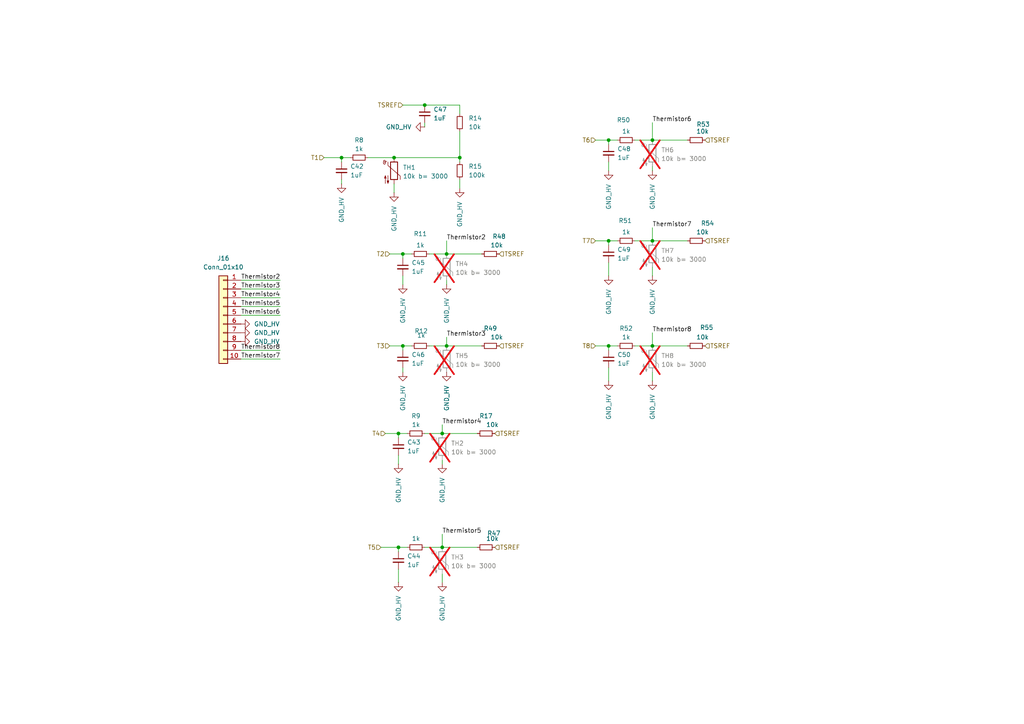
<source format=kicad_sch>
(kicad_sch (version 20231120) (generator "eeschema") (generator_version "8.0")
  (paper "A4")
  (lib_symbols
    (symbol "Connector_Generic:Conn_01x10" (pin_names (offset 1.016) hide)
      (property "Reference" "J" (at 0 12.7 0))
      (property "Value" "Conn_01x10" (at 0 -15.24 0))
      (symbol "Conn_01x10_1_1"
        (rectangle (start -1.27 -12.573) (end 0 -12.827) (stroke (width 0.1524)))
        (rectangle (start -1.27 -10.033) (end 0 -10.287) (stroke (width 0.1524)))
        (rectangle (start -1.27 -7.493) (end 0 -7.747) (stroke (width 0.1524)))
        (rectangle (start -1.27 -4.953) (end 0 -5.207) (stroke (width 0.1524)))
        (rectangle (start -1.27 -2.413) (end 0 -2.667) (stroke (width 0.1524)))
        (rectangle (start -1.27 0.127) (end 0 -0.127) (stroke (width 0.1524)))
        (rectangle (start -1.27 2.667) (end 0 2.413) (stroke (width 0.1524)))
        (rectangle (start -1.27 5.207) (end 0 4.953) (stroke (width 0.1524)))
        (rectangle (start -1.27 7.747) (end 0 7.493) (stroke (width 0.1524)))
        (rectangle (start -1.27 10.287) (end 0 10.033) (stroke (width 0.1524)))
        (rectangle (start -1.27 11.43) (end 1.27 -13.97) (stroke (width 0.254)) (fill (type background)))
        (pin passive line (at -5.08 10.16 0) (length 3.81) (name "Pin_1") (number "1"))
        (pin passive line (at -5.08 -12.7 0) (length 3.81) (name "Pin_10") (number "10"))
        (pin passive line (at -5.08 7.62 0) (length 3.81) (name "Pin_2") (number "2"))
        (pin passive line (at -5.08 5.08 0) (length 3.81) (name "Pin_3") (number "3"))
        (pin passive line (at -5.08 2.54 0) (length 3.81) (name "Pin_4") (number "4"))
        (pin passive line (at -5.08 0 0) (length 3.81) (name "Pin_5") (number "5"))
        (pin passive line (at -5.08 -2.54 0) (length 3.81) (name "Pin_6") (number "6"))
        (pin passive line (at -5.08 -5.08 0) (length 3.81) (name "Pin_7") (number "7"))
        (pin passive line (at -5.08 -7.62 0) (length 3.81) (name "Pin_8") (number "8"))
        (pin passive line (at -5.08 -10.16 0) (length 3.81) (name "Pin_9") (number "9"))
      )
    )
    (symbol "Device:C_Small" (pin_numbers hide) (pin_names (offset 0.254) hide)
      (property "Reference" "C" (at 0.254 1.778 0))
      (property "Value" "C_Small" (at 0.254 -2.032 0))
      (symbol "C_Small_0_1"
        (polyline (pts (xy -1.524 -0.508) (xy 1.524 -0.508)) (stroke (width 0.3302)))
        (polyline (pts (xy -1.524 0.508) (xy 1.524 0.508)) (stroke (width 0.3048)))
      )
      (symbol "C_Small_1_1"
        (pin passive line (at 0 2.54 270) (length 2.032) (name "~") (number "1"))
        (pin passive line (at 0 -2.54 90) (length 2.032) (name "~") (number "2"))
      )
    )
    (symbol "Device:R_Small" (pin_numbers hide) (pin_names (offset 0.254) hide)
      (property "Reference" "R" (at 0.762 0.508 0))
      (property "Value" "R_Small" (at 0.762 -1.016 0))
      (symbol "R_Small_0_1"
        (rectangle (start -0.762 1.778) (end 0.762 -1.778) (stroke (width 0.2032)))
      )
      (symbol "R_Small_1_1"
        (pin passive line (at 0 2.54 270) (length 0.762) (name "~") (number "1"))
        (pin passive line (at 0 -2.54 90) (length 0.762) (name "~") (number "2"))
      )
    )
    (symbol "Device:Thermistor_NTC" (pin_numbers hide) (pin_names (offset 0))
      (property "Reference" "TH" (at -4.445 0 90))
      (property "Value" "Thermistor_NTC" (at 3.175 0 90))
      (symbol "Thermistor_NTC_0_1"
        (arc (start -3.048 2.159) (mid -3.0495 2.3143) (end -3.175 2.413))
        (arc (start -3.048 2.159) (mid -2.9736 1.9794) (end -2.794 1.905))
        (arc (start -3.048 2.794) (mid -2.9736 2.6144) (end -2.794 2.54))
        (arc (start -2.794 1.905) (mid -2.6144 1.9794) (end -2.54 2.159))
        (arc (start -2.794 2.54) (mid -2.4393 2.5587) (end -2.159 2.794))
        (arc (start -2.794 3.048) (mid -2.9736 2.9736) (end -3.048 2.794))
        (arc (start -2.54 2.794) (mid -2.6144 2.9736) (end -2.794 3.048))
        (rectangle (start -1.016 2.54) (end 1.016 -2.54) (stroke (width 0.254)))
        (polyline (pts (xy -2.54 2.159) (xy -2.54 2.794)))
        (polyline (pts (xy -1.778 2.54) (xy -1.778 1.524) (xy 1.778 -1.524) (xy 1.778 -2.54)))
        (polyline (pts (xy -2.54 -3.683) (xy -2.54 -1.397) (xy -2.794 -2.159) (xy -2.286 -2.159) (xy -2.54 -1.397) (xy -2.54 -1.651)) (fill (type outline)))
        (polyline (pts (xy -1.778 -1.397) (xy -1.778 -3.683) (xy -2.032 -2.921) (xy -1.524 -2.921) (xy -1.778 -3.683) (xy -1.778 -3.429)) (fill (type outline)))
      )
      (symbol "Thermistor_NTC_1_1"
        (pin passive line (at 0 3.81 270) (length 1.27) (name "~") (number "1"))
        (pin passive line (at 0 -3.81 90) (length 1.27) (name "~") (number "2"))
      )
    )
    (symbol "power:GND" (power) (pin_numbers hide) (pin_names (offset 0) hide)
      (property "Value" "GND" (at 0 -3.81 0))
      (symbol "GND_0_1"
        (polyline (pts (xy 0 0) (xy 0 -1.27) (xy 1.27 -1.27) (xy 0 -2.54) (xy -1.27 -1.27) (xy 0 -1.27)))
      )
      (symbol "GND_1_1"
        (pin power_in line (at 0 0 270) (length 0) (name "~") (number "1"))
      )
    )
  )
  (junction (at 129.54 100.33))
  (junction (at 116.84 73.66))
  (junction (at 176.53 40.64))
  (junction (at 129.54 73.66))
  (junction (at 116.84 100.33))
  (junction (at 115.57 125.73))
  (junction (at 128.27 158.75))
  (junction (at 115.57 158.75))
  (junction (at 176.53 69.85))
  (junction (at 176.53 100.33))
  (junction (at 189.23 69.85))
  (junction (at 114.3 45.72))
  (junction (at 189.23 40.64))
  (junction (at 99.06 45.72))
  (junction (at 128.27 125.73))
  (junction (at 123.19 30.48))
  (junction (at 189.23 100.33))
  (junction (at 133.35 45.72))
  (wire (pts (xy 69.85 88.9) (xy 81.28 88.9)))
  (wire (pts (xy 69.85 83.82) (xy 81.28 83.82)))
  (wire (pts (xy 123.19 30.48) (xy 133.35 30.48)))
  (wire (pts (xy 189.23 100.33) (xy 199.39 100.33)))
  (wire (pts (xy 133.35 38.1) (xy 133.35 45.72)))
  (wire (pts (xy 179.07 100.33) (xy 176.53 100.33)))
  (wire (pts (xy 128.27 133.35) (xy 128.27 134.62)))
  (wire (pts (xy 184.15 69.85) (xy 189.23 69.85)))
  (wire (pts (xy 118.11 125.73) (xy 115.57 125.73)))
  (wire (pts (xy 128.27 166.37) (xy 128.27 168.91)))
  (wire (pts (xy 129.54 97.79) (xy 129.54 100.33)))
  (wire (pts (xy 133.35 33.02) (xy 133.35 30.48)))
  (wire (pts (xy 114.3 53.34) (xy 114.3 55.88)))
  (wire (pts (xy 115.57 132.08) (xy 115.57 134.62)))
  (wire (pts (xy 176.53 69.85) (xy 176.53 71.12)))
  (wire (pts (xy 123.19 36.83) (xy 123.19 35.56)))
  (wire (pts (xy 184.15 40.64) (xy 189.23 40.64)))
  (wire (pts (xy 115.57 158.75) (xy 115.57 160.02)))
  (wire (pts (xy 189.23 77.47) (xy 189.23 80.01)))
  (wire (pts (xy 123.19 125.73) (xy 128.27 125.73)))
  (wire (pts (xy 116.84 73.66) (xy 116.84 74.93)))
  (wire (pts (xy 189.23 35.56) (xy 189.23 40.64)))
  (wire (pts (xy 123.19 158.75) (xy 128.27 158.75)))
  (wire (pts (xy 119.38 100.33) (xy 116.84 100.33)))
  (wire (pts (xy 113.03 73.66) (xy 116.84 73.66)))
  (wire (pts (xy 106.68 45.72) (xy 114.3 45.72)))
  (wire (pts (xy 113.03 100.33) (xy 116.84 100.33)))
  (wire (pts (xy 101.6 45.72) (xy 99.06 45.72)))
  (wire (pts (xy 69.85 104.14) (xy 81.28 104.14)))
  (wire (pts (xy 129.54 100.33) (xy 139.7 100.33)))
  (wire (pts (xy 179.07 40.64) (xy 176.53 40.64)))
  (wire (pts (xy 115.57 165.1) (xy 115.57 168.91)))
  (wire (pts (xy 99.06 52.07) (xy 99.06 53.34)))
  (wire (pts (xy 128.27 125.73) (xy 138.43 125.73)))
  (wire (pts (xy 129.54 69.85) (xy 129.54 73.66)))
  (wire (pts (xy 172.72 40.64) (xy 176.53 40.64)))
  (wire (pts (xy 116.84 106.68) (xy 116.84 107.95)))
  (wire (pts (xy 114.3 45.72) (xy 133.35 45.72)))
  (wire (pts (xy 69.85 101.6) (xy 81.28 101.6)))
  (wire (pts (xy 119.38 73.66) (xy 116.84 73.66)))
  (wire (pts (xy 124.46 73.66) (xy 129.54 73.66)))
  (wire (pts (xy 189.23 96.52) (xy 189.23 100.33)))
  (wire (pts (xy 189.23 48.26) (xy 189.23 49.53)))
  (wire (pts (xy 111.76 125.73) (xy 115.57 125.73)))
  (wire (pts (xy 189.23 107.95) (xy 189.23 110.49)))
  (wire (pts (xy 93.98 45.72) (xy 99.06 45.72)))
  (wire (pts (xy 129.54 81.28) (xy 129.54 82.55)))
  (wire (pts (xy 189.23 69.85) (xy 199.39 69.85)))
  (wire (pts (xy 116.84 80.01) (xy 116.84 82.55)))
  (wire (pts (xy 128.27 123.19) (xy 128.27 125.73)))
  (wire (pts (xy 184.15 100.33) (xy 189.23 100.33)))
  (wire (pts (xy 99.06 45.72) (xy 99.06 46.99)))
  (wire (pts (xy 176.53 76.2) (xy 176.53 80.01)))
  (wire (pts (xy 176.53 106.68) (xy 176.53 110.49)))
  (wire (pts (xy 133.35 45.72) (xy 133.35 46.99)))
  (wire (pts (xy 110.49 158.75) (xy 115.57 158.75)))
  (wire (pts (xy 124.46 100.33) (xy 129.54 100.33)))
  (wire (pts (xy 176.53 40.64) (xy 176.53 41.91)))
  (wire (pts (xy 189.23 40.64) (xy 199.39 40.64)))
  (wire (pts (xy 81.28 86.36) (xy 69.85 86.36)))
  (wire (pts (xy 69.85 91.44) (xy 81.28 91.44)))
  (wire (pts (xy 176.53 100.33) (xy 176.53 101.6)))
  (wire (pts (xy 116.84 100.33) (xy 116.84 101.6)))
  (wire (pts (xy 116.84 30.48) (xy 123.19 30.48)))
  (wire (pts (xy 128.27 158.75) (xy 138.43 158.75)))
  (wire (pts (xy 172.72 100.33) (xy 176.53 100.33)))
  (wire (pts (xy 189.23 66.04) (xy 189.23 69.85)))
  (wire (pts (xy 179.07 69.85) (xy 176.53 69.85)))
  (wire (pts (xy 133.35 52.07) (xy 133.35 54.61)))
  (wire (pts (xy 176.53 46.99) (xy 176.53 49.53)))
  (wire (pts (xy 129.54 73.66) (xy 139.7 73.66)))
  (wire (pts (xy 172.72 69.85) (xy 176.53 69.85)))
  (wire (pts (xy 115.57 125.73) (xy 115.57 127)))
  (wire (pts (xy 118.11 158.75) (xy 115.57 158.75)))
  (wire (pts (xy 128.27 154.94) (xy 128.27 158.75)))
  (wire (pts (xy 69.85 81.28) (xy 81.28 81.28)))
  (label "Thermistor3" (at 81.28 83.82 180))
  (label "Thermistor6" (at 81.28 91.44 180))
  (label "Thermistor6" (at 189.23 35.56 0))
  (label "Thermistor5" (at 128.27 154.94 0))
  (label "Thermistor5" (at 81.28 88.9 180))
  (label "Thermistor8" (at 189.23 96.52 0))
  (label "Thermistor8" (at 81.28 101.6 180))
  (label "Thermistor3" (at 129.54 97.79 0))
  (label "Thermistor7" (at 189.23 66.04 0))
  (label "Thermistor4" (at 81.28 86.36 180))
  (label "Thermistor2" (at 81.28 81.28 180))
  (label "Thermistor4" (at 128.27 123.19 0))
  (label "Thermistor2" (at 129.54 69.85 0))
  (label "Thermistor7" (at 81.28 104.14 180))
  (hierarchical_label "T5" (shape input) (at 110.49 158.75 180))
  (hierarchical_label "TSREF" (shape input) (at 204.47 69.85 0))
  (hierarchical_label "T4" (shape input) (at 111.76 125.73 180))
  (hierarchical_label "TSREF" (shape input) (at 204.47 100.33 0))
  (hierarchical_label "T8" (shape input) (at 172.72 100.33 180))
  (hierarchical_label "T2" (shape input) (at 113.03 73.66 180))
  (hierarchical_label "TSREF" (shape input) (at 144.78 73.66 0))
  (hierarchical_label "T3" (shape input) (at 113.03 100.33 180))
  (hierarchical_label "TSREF" (shape input) (at 143.51 158.75 0))
  (hierarchical_label "T1" (shape input) (at 93.98 45.72 180))
  (hierarchical_label "T6" (shape input) (at 172.72 40.64 180))
  (hierarchical_label "TSREF" (shape input) (at 204.47 40.64 0))
  (hierarchical_label "TSREF" (shape input) (at 144.78 100.33 0))
  (hierarchical_label "TSREF" (shape input) (at 143.51 125.73 0))
  (hierarchical_label "T7" (shape input) (at 172.72 69.85 180))
  (hierarchical_label "TSREF" (shape input) (at 116.84 30.48 180))
  (symbol (lib_id "power:GND") (at 116.84 82.55 0) (unit 1)
    (property "Reference" "#PWR040" (effects (hide yes)))
    (property "Value" "GND_HV" (at 116.84 86.36 90) (effects (justify right)))
    (property "Description" "Power symbol creates a global label with name \"GND\" , ground" (effects (hide yes)))
  )
  (symbol (lib_id "Device:R_Small") (at 133.35 49.53 0) (unit 1)
    (property "Reference" "R15" (at 135.89 48.2599 0) (effects (justify left)))
    (property "Value" "100k" (at 135.89 50.7999 0) (effects (justify left)))
    (property "Footprint" "Resistor_SMD:R_0603_1608Metric_Pad0.98x0.95mm_HandSolder" (effects (hide yes)))
    (property "Datasheet" "https://www.mouser.pl/ProductDetail/Panasonic/ERA-3AED104V?qs=sGAEpiMZZMvdGkrng054t5mej2KPdPuFer%252BmkwOaGAY%3D" (effects (hide yes)))
    (property "Description" "Resistor, small symbol" (effects (hide yes)))
  )
  (symbol (lib_id "power:GND") (at 189.23 49.53 0) (unit 1)
    (property "Reference" "#PWR0148" (effects (hide yes)))
    (property "Value" "GND_HV" (at 189.23 53.34 90) (effects (justify right)))
    (property "Description" "Power symbol creates a global label with name \"GND\" , ground" (effects (hide yes)))
  )
  (symbol (lib_id "Device:R_Small") (at 120.65 158.75 90) (unit 1)
    (property "Reference" "R10" (effects (hide yes)))
    (property "Value" "1k" (at 120.65 156.21 90))
    (property "Footprint" "Resistor_SMD:R_0603_1608Metric_Pad0.98x0.95mm_HandSolder" (effects (hide yes)))
    (property "Datasheet" "https://www.mouser.pl/ProductDetail/Vishay-Dale/CRCW06031K00FKED?qs=sGAEpiMZZMvdGkrng054twKDKoBh%252BscnXZq73fPCFFuOJhiFMQpfiQ%3D%3D" (effects (hide yes)))
    (property "Description" "Resistor, small symbol" (effects (hide yes)))
  )
  (symbol (lib_id "power:GND") (at 69.85 96.52 90) (unit 1)
    (property "Reference" "#PWR029" (effects (hide yes)))
    (property "Value" "GND_HV" (at 73.66 96.52 90) (effects (justify right)))
    (property "Description" "Power symbol creates a global label with name \"GND\" , ground" (effects (hide yes)))
  )
  (symbol (lib_id "power:GND") (at 129.54 107.95 0) (unit 1)
    (property "Reference" "#PWR063" (effects (hide yes)))
    (property "Value" "GND_HV" (at 129.54 111.76 90) (effects (justify right)))
    (property "Description" "Power symbol creates a global label with name \"GND\" , ground" (effects (hide yes)))
  )
  (symbol (lib_id "Device:Thermistor_NTC") (at 128.27 129.54 0) (unit 1) (exclude_from_sim yes) (in_bom no) (on_board no) (dnp yes)
    (property "Reference" "TH2" (at 130.81 128.5874 0) (effects (justify left)))
    (property "Value" "10k b= 3000" (at 130.81 131.1274 0) (effects (justify left)))
    (property "Description" "Temperature dependent resistor, negative temperature coefficient" (effects (hide yes)))
  )
  (symbol (lib_id "Device:Thermistor_NTC") (at 189.23 73.66 0) (unit 1) (exclude_from_sim yes) (in_bom no) (on_board no) (dnp yes)
    (property "Reference" "TH7" (at 191.77 72.7074 0) (effects (justify left)))
    (property "Value" "10k b= 3000" (at 191.77 75.2474 0) (effects (justify left)))
    (property "Description" "Temperature dependent resistor, negative temperature coefficient" (effects (hide yes)))
  )
  (symbol (lib_id "Device:R_Small") (at 133.35 35.56 0) (unit 1)
    (property "Reference" "R14" (at 135.89 34.2899 0) (effects (justify left)))
    (property "Value" "10k" (at 135.89 36.8299 0) (effects (justify left)))
    (property "Footprint" "Resistor_SMD:R_0603_1608Metric_Pad0.98x0.95mm_HandSolder" (effects (hide yes)))
    (property "Datasheet" "https://www.mouser.pl/ProductDetail/Vishay-Dale/CRCW060310K0FKEI?qs=sGAEpiMZZMvdGkrng054t8tsKUCh5%2FbYoR58PzIQdJA%3D" (effects (hide yes)))
    (property "Description" "Resistor, small symbol" (effects (hide yes)))
  )
  (symbol (lib_id "Device:C_Small") (at 176.53 104.14 0) (unit 1)
    (property "Reference" "C50" (at 179.07 102.8762 0) (effects (justify left)))
    (property "Value" "1uF" (at 179.07 105.4162 0) (effects (justify left)))
    (property "Footprint" "Capacitor_SMD:C_0603_1608Metric_Pad1.08x0.95mm_HandSolder" (effects (hide yes)))
    (property "Datasheet" "https://www.mouser.pl/ProductDetail/TAIYO-YUDEN/EMK107B7105MA8T?qs=sGAEpiMZZMsh%252B1woXyUXj30ZYomYlxpXD%252BuSrqeE39U%3D" (effects (hide yes)))
    (property "Description" "Unpolarized capacitor, small symbol" (effects (hide yes)))
  )
  (symbol (lib_id "Device:C_Small") (at 123.19 33.02 0) (unit 1)
    (property "Reference" "C47" (at 125.73 31.7562 0) (effects (justify left)))
    (property "Value" "1uF" (at 125.73 34.2962 0) (effects (justify left)))
    (property "Footprint" "Capacitor_SMD:C_0603_1608Metric_Pad1.08x0.95mm_HandSolder" (effects (hide yes)))
    (property "Datasheet" "https://www.mouser.pl/ProductDetail/TAIYO-YUDEN/EMK107B7105MA8T?qs=sGAEpiMZZMsh%252B1woXyUXj30ZYomYlxpXD%252BuSrqeE39U%3D" (effects (hide yes)))
    (property "Description" "Unpolarized capacitor, small symbol" (effects (hide yes)))
  )
  (symbol (lib_id "power:GND") (at 115.57 168.91 0) (unit 1)
    (property "Reference" "#PWR039" (effects (hide yes)))
    (property "Value" "GND_HV" (at 115.57 172.72 90) (effects (justify right)))
    (property "Description" "Power symbol creates a global label with name \"GND\" , ground" (effects (hide yes)))
  )
  (symbol (lib_id "Device:R_Small") (at 121.92 100.33 90) (unit 1)
    (property "Reference" "R12" (at 122.174 96.012 90))
    (property "Value" "1k" (at 122.174 97.282 90))
    (property "Footprint" "Resistor_SMD:R_0603_1608Metric_Pad0.98x0.95mm_HandSolder" (effects (hide yes)))
    (property "Datasheet" "https://www.mouser.pl/ProductDetail/Vishay-Dale/CRCW06031K00FKED?qs=sGAEpiMZZMvdGkrng054twKDKoBh%252BscnXZq73fPCFFuOJhiFMQpfiQ%3D%3D" (effects (hide yes)))
    (property "Description" "Resistor, small symbol" (effects (hide yes)))
  )
  (symbol (lib_id "power:GND") (at 115.57 134.62 0) (unit 1)
    (property "Reference" "#PWR038" (effects (hide yes)))
    (property "Value" "GND_HV" (at 115.57 138.43 90) (effects (justify right)))
    (property "Description" "Power symbol creates a global label with name \"GND\" , ground" (effects (hide yes)))
  )
  (symbol (lib_id "Device:R_Small") (at 142.24 100.33 90) (unit 1)
    (property "Reference" "R49" (at 142.24 95.25 90))
    (property "Value" "10k" (at 142.24 97.79 90) (effects (justify right)))
    (property "Footprint" "Resistor_SMD:R_0603_1608Metric_Pad0.98x0.95mm_HandSolder" (effects (hide yes)))
    (property "Datasheet" "https://www.mouser.pl/ProductDetail/Vishay-Dale/CRCW060310K0FKEI?qs=sGAEpiMZZMvdGkrng054t8tsKUCh5%2FbYoR58PzIQdJA%3D" (effects (hide yes)))
    (property "Description" "Resistor, small symbol" (effects (hide yes)))
  )
  (symbol (lib_id "Connector_Generic:Conn_01x10") (at 64.77 91.44 0) (mirror y) (unit 1)
    (property "Reference" "J16" (at 64.77 74.93 0))
    (property "Value" "Conn_01x10" (at 64.77 77.47 0))
    (property "Footprint" "footrpint:HARWIN_G125-MV11005L1P" (effects (hide yes)))
    (property "Description" "Generic connector, single row, 01x10, script generated (kicad-library-utils/schlib/autogen/connector/)" (effects (hide yes)))
  )
  (symbol (lib_id "Device:R_Small") (at 181.61 100.33 90) (unit 1)
    (property "Reference" "R52" (at 181.61 95.25 90))
    (property "Value" "1k" (at 181.61 97.79 90))
    (property "Footprint" "Resistor_SMD:R_0603_1608Metric_Pad0.98x0.95mm_HandSolder" (effects (hide yes)))
    (property "Datasheet" "https://www.mouser.pl/ProductDetail/Vishay-Dale/CRCW06031K00FKED?qs=sGAEpiMZZMvdGkrng054twKDKoBh%252BscnXZq73fPCFFuOJhiFMQpfiQ%3D%3D" (effects (hide yes)))
    (property "Description" "Resistor, small symbol" (effects (hide yes)))
  )
  (symbol (lib_id "Device:Thermistor_NTC") (at 128.27 162.56 0) (unit 1) (exclude_from_sim yes) (in_bom no) (on_board no) (dnp yes)
    (property "Reference" "TH3" (at 130.81 161.6074 0) (effects (justify left)))
    (property "Value" "10k b= 3000" (at 130.81 164.1474 0) (effects (justify left)))
    (property "Description" "Temperature dependent resistor, negative temperature coefficient" (effects (hide yes)))
  )
  (symbol (lib_id "Device:C_Small") (at 99.06 49.53 0) (unit 1)
    (property "Reference" "C42" (at 101.6 48.2662 0) (effects (justify left)))
    (property "Value" "1uF" (at 101.6 50.8062 0) (effects (justify left)))
    (property "Footprint" "Capacitor_SMD:C_0603_1608Metric_Pad1.08x0.95mm_HandSolder" (effects (hide yes)))
    (property "Datasheet" "https://www.mouser.pl/ProductDetail/TAIYO-YUDEN/EMK107B7105MA8T?qs=sGAEpiMZZMsh%252B1woXyUXj30ZYomYlxpXD%252BuSrqeE39U%3D" (effects (hide yes)))
    (property "Description" "Unpolarized capacitor, small symbol" (effects (hide yes)))
  )
  (symbol (lib_id "Device:R_Small") (at 142.24 73.66 90) (unit 1)
    (property "Reference" "R48" (at 144.78 68.58 90))
    (property "Value" "10k" (at 142.24 71.12 90) (effects (justify right)))
    (property "Footprint" "Resistor_SMD:R_0603_1608Metric_Pad0.98x0.95mm_HandSolder" (effects (hide yes)))
    (property "Datasheet" "https://www.mouser.pl/ProductDetail/Vishay-Dale/CRCW060310K0FKEI?qs=sGAEpiMZZMvdGkrng054t8tsKUCh5%2FbYoR58PzIQdJA%3D" (effects (hide yes)))
    (property "Description" "Resistor, small symbol" (effects (hide yes)))
  )
  (symbol (lib_id "Device:Thermistor_NTC") (at 114.3 49.53 0) (unit 1)
    (property "Reference" "TH1" (at 116.84 48.5774 0) (effects (justify left)))
    (property "Value" "10k b= 3000" (at 116.84 51.1174 0) (effects (justify left)))
    (property "Footprint" "Resistor_SMD:R_0603_1608Metric_Pad0.98x0.95mm_HandSolder" (effects (hide yes)))
    (property "Datasheet" "https://eu.mouser.com/ProductDetail/Littelfuse/NSRB103F3J2FET001?qs=vvQtp7zwQdMb4Gye%2FoErOw%3D%3D" (effects (hide yes)))
    (property "Description" "Temperature dependent resistor, negative temperature coefficient" (effects (hide yes)))
  )
  (symbol (lib_id "Device:Thermistor_NTC") (at 189.23 104.14 0) (unit 1) (exclude_from_sim yes) (in_bom no) (on_board no) (dnp yes)
    (property "Reference" "TH8" (at 191.77 103.1874 0) (effects (justify left)))
    (property "Value" "10k b= 3000" (at 191.77 105.7274 0) (effects (justify left)))
    (property "Description" "Temperature dependent resistor, negative temperature coefficient" (effects (hide yes)))
  )
  (symbol (lib_id "Device:C_Small") (at 176.53 44.45 0) (unit 1)
    (property "Reference" "C48" (at 179.07 43.1862 0) (effects (justify left)))
    (property "Value" "1uF" (at 179.07 45.7262 0) (effects (justify left)))
    (property "Footprint" "Capacitor_SMD:C_0603_1608Metric_Pad1.08x0.95mm_HandSolder" (effects (hide yes)))
    (property "Datasheet" "https://www.mouser.pl/ProductDetail/TAIYO-YUDEN/EMK107B7105MA8T?qs=sGAEpiMZZMsh%252B1woXyUXj30ZYomYlxpXD%252BuSrqeE39U%3D" (effects (hide yes)))
    (property "Description" "Unpolarized capacitor, small symbol" (effects (hide yes)))
  )
  (symbol (lib_id "Device:R_Small") (at 181.61 40.64 90) (unit 1)
    (property "Reference" "R50" (at 180.848 34.798 90))
    (property "Value" "1k" (at 181.61 38.1 90))
    (property "Footprint" "Resistor_SMD:R_0603_1608Metric_Pad0.98x0.95mm_HandSolder" (effects (hide yes)))
    (property "Datasheet" "https://www.mouser.pl/ProductDetail/Vishay-Dale/CRCW06031K00FKED?qs=sGAEpiMZZMvdGkrng054twKDKoBh%252BscnXZq73fPCFFuOJhiFMQpfiQ%3D%3D" (effects (hide yes)))
    (property "Description" "Resistor, small symbol" (effects (hide yes)))
  )
  (symbol (lib_id "Device:C_Small") (at 116.84 77.47 0) (unit 1)
    (property "Reference" "C45" (at 119.38 76.2062 0) (effects (justify left)))
    (property "Value" "1uF" (at 119.38 78.7462 0) (effects (justify left)))
    (property "Footprint" "Capacitor_SMD:C_0603_1608Metric_Pad1.08x0.95mm_HandSolder" (effects (hide yes)))
    (property "Datasheet" "https://www.mouser.pl/ProductDetail/TAIYO-YUDEN/EMK107B7105MA8T?qs=sGAEpiMZZMsh%252B1woXyUXj30ZYomYlxpXD%252BuSrqeE39U%3D" (effects (hide yes)))
    (property "Description" "Unpolarized capacitor, small symbol" (effects (hide yes)))
  )
  (symbol (lib_id "power:GND") (at 99.06 53.34 0) (unit 1)
    (property "Reference" "#PWR036" (effects (hide yes)))
    (property "Value" "GND_HV" (at 99.06 57.15 90) (effects (justify right)))
    (property "Description" "Power symbol creates a global label with name \"GND\" , ground" (effects (hide yes)))
  )
  (symbol (lib_id "power:GND") (at 189.23 110.49 0) (unit 1)
    (property "Reference" "#PWR065" (effects (hide yes)))
    (property "Value" "GND_HV" (at 189.23 114.3 90) (effects (justify right)))
    (property "Description" "Power symbol creates a global label with name \"GND\" , ground" (effects (hide yes)))
  )
  (symbol (lib_id "Device:R_Small") (at 201.93 40.64 90) (unit 1)
    (property "Reference" "R53" (at 203.962 36.068 90))
    (property "Value" "10k" (at 201.93 38.1 90) (effects (justify right)))
    (property "Footprint" "Resistor_SMD:R_0603_1608Metric_Pad0.98x0.95mm_HandSolder" (effects (hide yes)))
    (property "Datasheet" "https://www.mouser.pl/ProductDetail/Vishay-Dale/CRCW060310K0FKEI?qs=sGAEpiMZZMvdGkrng054t8tsKUCh5%2FbYoR58PzIQdJA%3D" (effects (hide yes)))
    (property "Description" "Resistor, small symbol" (effects (hide yes)))
  )
  (symbol (lib_id "power:GND") (at 129.54 82.55 0) (unit 1)
    (property "Reference" "#PWR045" (effects (hide yes)))
    (property "Value" "GND_HV" (at 129.54 86.36 90) (effects (justify right)))
    (property "Description" "Power symbol creates a global label with name \"GND\" , ground" (effects (hide yes)))
  )
  (symbol (lib_id "Device:Thermistor_NTC") (at 189.23 44.45 0) (unit 1) (exclude_from_sim yes) (in_bom no) (on_board no) (dnp yes)
    (property "Reference" "TH6" (at 191.77 43.4974 0) (effects (justify left)))
    (property "Value" "10k b= 3000" (at 191.77 46.0374 0) (effects (justify left)))
    (property "Description" "Temperature dependent resistor, negative temperature coefficient" (effects (hide yes)))
  )
  (symbol (lib_id "Device:R_Small") (at 201.93 69.85 90) (unit 1)
    (property "Reference" "R54" (at 205.232 64.77 90))
    (property "Value" "10k" (at 201.93 67.31 90) (effects (justify right)))
    (property "Footprint" "Resistor_SMD:R_0603_1608Metric_Pad0.98x0.95mm_HandSolder" (effects (hide yes)))
    (property "Datasheet" "https://www.mouser.pl/ProductDetail/Vishay-Dale/CRCW060310K0FKEI?qs=sGAEpiMZZMvdGkrng054t8tsKUCh5%2FbYoR58PzIQdJA%3D" (effects (hide yes)))
    (property "Description" "Resistor, small symbol" (effects (hide yes)))
  )
  (symbol (lib_id "power:GND") (at 123.19 36.83 270) (unit 1)
    (property "Reference" "#PWR042" (effects (hide yes)))
    (property "Value" "GND_HV" (at 119.38 36.83 90) (effects (justify right)))
    (property "Description" "Power symbol creates a global label with name \"GND\" , ground" (effects (hide yes)))
  )
  (symbol (lib_id "Device:R_Small") (at 104.14 45.72 90) (unit 1)
    (property "Reference" "R8" (at 104.14 40.64 90))
    (property "Value" "1k" (at 104.14 43.18 90))
    (property "Footprint" "Resistor_SMD:R_0603_1608Metric_Pad0.98x0.95mm_HandSolder" (effects (hide yes)))
    (property "Datasheet" "https://www.mouser.pl/ProductDetail/Vishay-Dale/CRCW06031K00FKED?qs=sGAEpiMZZMvdGkrng054twKDKoBh%252BscnXZq73fPCFFuOJhiFMQpfiQ%3D%3D" (effects (hide yes)))
    (property "Description" "Resistor, small symbol" (effects (hide yes)))
  )
  (symbol (lib_id "Device:R_Small") (at 120.65 125.73 90) (unit 1)
    (property "Reference" "R9" (at 120.65 120.65 90))
    (property "Value" "1k" (at 120.65 123.19 90))
    (property "Footprint" "Resistor_SMD:R_0603_1608Metric_Pad0.98x0.95mm_HandSolder" (effects (hide yes)))
    (property "Datasheet" "https://www.mouser.pl/ProductDetail/Vishay-Dale/CRCW06031K00FKED?qs=sGAEpiMZZMvdGkrng054twKDKoBh%252BscnXZq73fPCFFuOJhiFMQpfiQ%3D%3D" (effects (hide yes)))
    (property "Description" "Resistor, small symbol" (effects (hide yes)))
  )
  (symbol (lib_id "Device:R_Small") (at 181.61 69.85 90) (unit 1)
    (property "Reference" "R51" (at 181.356 64.008 90))
    (property "Value" "1k" (at 181.61 67.31 90))
    (property "Footprint" "Resistor_SMD:R_0603_1608Metric_Pad0.98x0.95mm_HandSolder" (effects (hide yes)))
    (property "Datasheet" "https://www.mouser.pl/ProductDetail/Vishay-Dale/CRCW06031K00FKED?qs=sGAEpiMZZMvdGkrng054twKDKoBh%252BscnXZq73fPCFFuOJhiFMQpfiQ%3D%3D" (effects (hide yes)))
    (property "Description" "Resistor, small symbol" (effects (hide yes)))
  )
  (symbol (lib_id "Device:C_Small") (at 176.53 73.66 0) (unit 1)
    (property "Reference" "C49" (at 179.07 72.3962 0) (effects (justify left)))
    (property "Value" "1uF" (at 179.07 74.9362 0) (effects (justify left)))
    (property "Footprint" "Capacitor_SMD:C_0603_1608Metric_Pad1.08x0.95mm_HandSolder" (effects (hide yes)))
    (property "Datasheet" "https://www.mouser.pl/ProductDetail/TAIYO-YUDEN/EMK107B7105MA8T?qs=sGAEpiMZZMsh%252B1woXyUXj30ZYomYlxpXD%252BuSrqeE39U%3D" (effects (hide yes)))
    (property "Description" "Unpolarized capacitor, small symbol" (effects (hide yes)))
  )
  (symbol (lib_id "power:GND") (at 69.85 93.98 90) (unit 1)
    (property "Reference" "#PWR028" (effects (hide yes)))
    (property "Value" "GND_HV" (at 73.66 93.98 90) (effects (justify right)))
    (property "Description" "Power symbol creates a global label with name \"GND\" , ground" (effects (hide yes)))
  )
  (symbol (lib_id "Device:C_Small") (at 116.84 104.14 0) (unit 1)
    (property "Reference" "C46" (at 119.38 102.8762 0) (effects (justify left)))
    (property "Value" "1uF" (at 119.38 105.4162 0) (effects (justify left)))
    (property "Footprint" "Capacitor_SMD:C_0603_1608Metric_Pad1.08x0.95mm_HandSolder" (effects (hide yes)))
    (property "Description" "Unpolarized capacitor, small symbol" (effects (hide yes)))
  )
  (symbol (lib_id "power:GND") (at 69.85 99.06 90) (unit 1)
    (property "Reference" "#PWR030" (effects (hide yes)))
    (property "Value" "GND_HV" (at 73.66 99.06 90) (effects (justify right)))
    (property "Description" "Power symbol creates a global label with name \"GND\" , ground" (effects (hide yes)))
  )
  (symbol (lib_id "power:GND") (at 128.27 134.62 0) (unit 1)
    (property "Reference" "#PWR043" (effects (hide yes)))
    (property "Value" "GND_HV" (at 128.27 138.43 90) (effects (justify right)))
    (property "Description" "Power symbol creates a global label with name \"GND\" , ground" (effects (hide yes)))
  )
  (symbol (lib_id "Device:R_Small") (at 121.92 73.66 90) (unit 1)
    (property "Reference" "R11" (at 121.92 67.818 90))
    (property "Value" "1k" (at 121.92 71.12 90))
    (property "Footprint" "Resistor_SMD:R_0603_1608Metric_Pad0.98x0.95mm_HandSolder" (effects (hide yes)))
    (property "Datasheet" "https://www.mouser.pl/ProductDetail/Vishay-Dale/CRCW06031K00FKED?qs=sGAEpiMZZMvdGkrng054twKDKoBh%252BscnXZq73fPCFFuOJhiFMQpfiQ%3D%3D" (effects (hide yes)))
    (property "Description" "Resistor, small symbol" (effects (hide yes)))
  )
  (symbol (lib_id "Device:R_Small") (at 140.97 158.75 90) (unit 1)
    (property "Reference" "R47" (at 143.256 154.686 90))
    (property "Value" "10k" (at 140.97 156.21 90) (effects (justify right)))
    (property "Footprint" "Resistor_SMD:R_0603_1608Metric_Pad0.98x0.95mm_HandSolder" (effects (hide yes)))
    (property "Datasheet" "https://www.mouser.pl/ProductDetail/Vishay-Dale/CRCW060310K0FKEI?qs=sGAEpiMZZMvdGkrng054t8tsKUCh5%2FbYoR58PzIQdJA%3D" (effects (hide yes)))
    (property "Description" "Resistor, small symbol" (effects (hide yes)))
  )
  (symbol (lib_id "Device:C_Small") (at 115.57 162.56 0) (unit 1)
    (property "Reference" "C44" (at 118.11 161.2962 0) (effects (justify left)))
    (property "Value" "1uF" (at 118.11 163.8362 0) (effects (justify left)))
    (property "Footprint" "Capacitor_SMD:C_0603_1608Metric_Pad1.08x0.95mm_HandSolder" (effects (hide yes)))
    (property "Datasheet" "https://www.mouser.pl/ProductDetail/TAIYO-YUDEN/EMK107B7105MA8T?qs=sGAEpiMZZMsh%252B1woXyUXj30ZYomYlxpXD%252BuSrqeE39U%3D" (effects (hide yes)))
    (property "Description" "Unpolarized capacitor, small symbol" (effects (hide yes)))
  )
  (symbol (lib_id "power:GND") (at 176.53 80.01 0) (unit 1)
    (property "Reference" "#PWR0145" (effects (hide yes)))
    (property "Value" "GND_HV" (at 176.53 83.82 90) (effects (justify right)))
    (property "Description" "Power symbol creates a global label with name \"GND\" , ground" (effects (hide yes)))
  )
  (symbol (lib_id "Device:Thermistor_NTC") (at 129.54 77.47 0) (unit 1) (exclude_from_sim yes) (in_bom no) (on_board no) (dnp yes)
    (property "Reference" "TH4" (at 132.08 76.5174 0) (effects (justify left)))
    (property "Value" "10k b= 3000" (at 132.08 79.0574 0) (effects (justify left)))
    (property "Description" "Temperature dependent resistor, negative temperature coefficient" (effects (hide yes)))
  )
  (symbol (lib_id "power:GND") (at 128.27 168.91 0) (unit 1)
    (property "Reference" "#PWR044" (effects (hide yes)))
    (property "Value" "GND_HV" (at 128.27 172.72 90) (effects (justify right)))
    (property "Description" "Power symbol creates a global label with name \"GND\" , ground" (effects (hide yes)))
  )
  (symbol (lib_id "power:GND") (at 176.53 110.49 0) (unit 1)
    (property "Reference" "#PWR064" (effects (hide yes)))
    (property "Value" "GND_HV" (at 176.53 114.3 90) (effects (justify right)))
    (property "Description" "Power symbol creates a global label with name \"GND\" , ground" (effects (hide yes)))
  )
  (symbol (lib_id "power:GND") (at 176.53 49.53 0) (unit 1)
    (property "Reference" "#PWR0147" (effects (hide yes)))
    (property "Value" "GND_HV" (at 176.53 53.34 90) (effects (justify right)))
    (property "Description" "Power symbol creates a global label with name \"GND\" , ground" (effects (hide yes)))
  )
  (symbol (lib_id "Device:R_Small") (at 201.93 100.33 90) (unit 1)
    (property "Reference" "R55" (at 204.978 94.996 90))
    (property "Value" "10k" (at 201.93 97.79 90) (effects (justify right)))
    (property "Footprint" "Resistor_SMD:R_0603_1608Metric_Pad0.98x0.95mm_HandSolder" (effects (hide yes)))
    (property "Datasheet" "https://www.mouser.pl/ProductDetail/Vishay-Dale/CRCW060310K0FKEI?qs=sGAEpiMZZMvdGkrng054t8tsKUCh5%2FbYoR58PzIQdJA%3D" (effects (hide yes)))
    (property "Description" "Resistor, small symbol" (effects (hide yes)))
  )
  (symbol (lib_id "power:GND") (at 114.3 55.88 0) (unit 1)
    (property "Reference" "#PWR037" (effects (hide yes)))
    (property "Value" "GND_HV" (at 114.3 59.69 90) (effects (justify right)))
    (property "Description" "Power symbol creates a global label with name \"GND\" , ground" (effects (hide yes)))
  )
  (symbol (lib_id "Device:C_Small") (at 115.57 129.54 0) (unit 1)
    (property "Reference" "C43" (at 118.11 128.2762 0) (effects (justify left)))
    (property "Value" "1uF" (at 118.11 130.8162 0) (effects (justify left)))
    (property "Footprint" "Capacitor_SMD:C_0603_1608Metric_Pad1.08x0.95mm_HandSolder" (effects (hide yes)))
    (property "Datasheet" "https://www.mouser.pl/ProductDetail/TAIYO-YUDEN/EMK107B7105MA8T?qs=sGAEpiMZZMsh%252B1woXyUXj30ZYomYlxpXD%252BuSrqeE39U%3D" (effects (hide yes)))
    (property "Description" "Unpolarized capacitor, small symbol" (effects (hide yes)))
  )
  (symbol (lib_id "power:GND") (at 116.84 107.95 0) (unit 1)
    (property "Reference" "#PWR041" (effects (hide yes)))
    (property "Value" "GND_HV" (at 116.84 111.76 90) (effects (justify right)))
    (property "Description" "Power symbol creates a global label with name \"GND\" , ground" (effects (hide yes)))
  )
  (symbol (lib_id "power:GND") (at 189.23 80.01 0) (unit 1)
    (property "Reference" "#PWR0146" (effects (hide yes)))
    (property "Value" "GND_HV" (at 189.23 83.82 90) (effects (justify right)))
    (property "Description" "Power symbol creates a global label with name \"GND\" , ground" (effects (hide yes)))
  )
  (symbol (lib_id "power:GND") (at 133.35 54.61 0) (unit 1)
    (property "Reference" "#PWR062" (effects (hide yes)))
    (property "Value" "GND_HV" (at 133.35 58.42 90) (effects (justify right)))
    (property "Description" "Power symbol creates a global label with name \"GND\" , ground" (effects (hide yes)))
  )
  (symbol (lib_id "Device:R_Small") (at 140.97 125.73 90) (unit 1)
    (property "Reference" "R17" (at 140.97 120.65 90))
    (property "Value" "10k" (at 140.97 123.19 90) (effects (justify right)))
    (property "Footprint" "Resistor_SMD:R_0603_1608Metric_Pad0.98x0.95mm_HandSolder" (effects (hide yes)))
    (property "Datasheet" "https://www.mouser.pl/ProductDetail/Vishay-Dale/CRCW060310K0FKEI?qs=sGAEpiMZZMvdGkrng054t8tsKUCh5%2FbYoR58PzIQdJA%3D" (effects (hide yes)))
    (property "Description" "Resistor, small symbol" (effects (hide yes)))
  )
  (symbol (lib_id "Device:Thermistor_NTC") (at 129.54 104.14 0) (unit 1) (exclude_from_sim yes) (in_bom no) (on_board no) (dnp yes)
    (property "Reference" "TH5" (at 132.08 103.1874 0) (effects (justify left)))
    (property "Value" "10k b= 3000" (at 132.08 105.7274 0) (effects (justify left)))
    (property "Description" "Temperature dependent resistor, negative temperature coefficient" (effects (hide yes)))
  )
)
</source>
